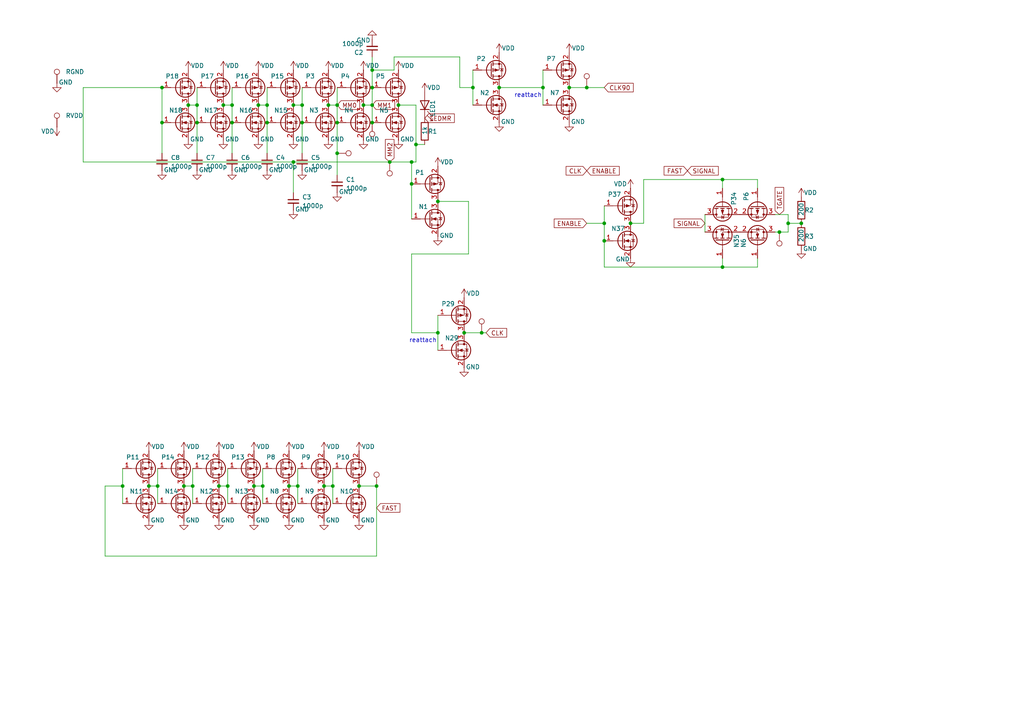
<source format=kicad_sch>
(kicad_sch (version 20250114) (generator "eeschema") (generator_version "9.0")
  (paper "A4")
  (lib_symbols
    (symbol "Connector:TestPoint" (pin_numbers (hide yes)) (pin_names (offset 0.762) (hide yes))
      (property "Reference" "TP" (at 0 6.858 0))
      (property "Value" "TestPoint" (at 0 5.08 0))
      (symbol "TestPoint_1_1"
        (pin passive line (at 0 0 90) (length 2.54) (name "1") (number "1"))
      )
    )
    (symbol "Device:C_Small" (pin_numbers (hide yes)) (pin_names (offset 0.254) (hide yes))
      (property "Reference" "C" (at 0.254 1.778 0))
      (property "Value" "C_Small" (at 0.254 -2.032 0))
      (symbol "C_Small_1_1"
        (pin passive line (at 0 2.54 270) (length 2.032) (name "~") (number "1"))
        (pin passive line (at 0 -2.54 90) (length 2.032) (name "~") (number "2"))
      )
    )
    (symbol "Device:LED" (pin_numbers (hide yes)) (pin_names (offset 1.016) (hide yes))
      (property "Reference" "D" (at 0 2.54 0))
      (property "Value" "LED" (at 0 -2.54 0))
      (symbol "LED_1_1"
        (pin passive line (at -3.81 0 0) (length 2.54) (name "K") (number "1"))
        (pin passive line (at 3.81 0 180) (length 2.54) (name "A") (number "2"))
      )
    )
    (symbol "Device:Q_NMOS_GSD" (pin_names (offset 0) (hide yes))
      (property "Reference" "Q" (at 5.08 1.27 0))
      (property "Value" "Q_NMOS_GSD" (at 5.08 -1.27 0))
      (symbol "Q_NMOS_GSD_1_1"
        (pin input line (at -5.08 0 0) (length 2.54) (name "G") (number "1"))
        (pin passive line (at 2.54 5.08 270) (length 2.54) (name "D") (number "3"))
        (pin passive line (at 2.54 -5.08 90) (length 2.54) (name "S") (number "2"))
      )
    )
    (symbol "Device:Q_PMOS_GSD" (pin_names (offset 0) (hide yes))
      (property "Reference" "Q" (at 5.08 1.27 0))
      (property "Value" "Q_PMOS_GSD" (at 5.08 -1.27 0))
      (symbol "Q_PMOS_GSD_1_1"
        (pin input line (at -5.08 0 0) (length 2.54) (name "G") (number "1"))
        (pin passive line (at 2.54 5.08 270) (length 2.54) (name "D") (number "3"))
        (pin passive line (at 2.54 -5.08 90) (length 2.54) (name "S") (number "2"))
      )
    )
    (symbol "Device:R" (pin_numbers (hide yes)) (pin_names (offset 0))
      (property "Reference" "R" (at 2.032 0 90))
      (property "Value" "R" (at 0 0 90))
      (symbol "R_1_1"
        (pin passive line (at 0 3.81 270) (length 1.27) (name "~") (number "1"))
        (pin passive line (at 0 -3.81 90) (length 1.27) (name "~") (number "2"))
      )
    )
    (symbol "power:GND" (power) (pin_numbers (hide yes)) (pin_names (offset 0) (hide yes))
      (property "Value" "GND" (at 0 -3.81 0))
      (symbol "GND_1_1"
        (pin power_in line (at 0 0 270) (length 0) (name "~") (number "1"))
      )
    )
    (symbol "power:VDD" (power) (pin_numbers (hide yes)) (pin_names (offset 0) (hide yes))
      (property "Value" "VDD" (at 0 3.556 0))
      (symbol "VDD_1_1"
        (pin power_in line (at 0 0 90) (length 0) (name "~") (number "1"))
      )
    )
  )
  (text "reattach" (at 153.162 27.686 0) (effects (font (size 1.27 1.27))))
  (text "reattach" (at 122.682 98.806 0) (effects (font (size 1.27 1.27))))
  (junction (at 76.2 140.97))
  (junction (at 66.04 140.97))
  (junction (at 77.47 30.48))
  (junction (at 107.95 25.4))
  (junction (at 67.31 35.56))
  (junction (at 77.47 35.56))
  (junction (at 97.79 44.45))
  (junction (at 45.72 140.97))
  (junction (at 127 96.52))
  (junction (at 134.62 96.52))
  (junction (at 137.16 25.4))
  (junction (at 57.15 30.48))
  (junction (at 182.88 64.77))
  (junction (at 93.98 140.97))
  (junction (at 85.09 30.48))
  (junction (at 175.26 69.85))
  (junction (at 105.41 30.48))
  (junction (at 43.18 140.97))
  (junction (at 226.06 67.31))
  (junction (at 115.57 30.48))
  (junction (at 165.1 25.4))
  (junction (at 119.38 46.99))
  (junction (at 209.55 52.07))
  (junction (at 74.93 30.48))
  (junction (at 97.79 35.56))
  (junction (at 119.38 53.34))
  (junction (at 46.99 35.56))
  (junction (at 53.34 140.97))
  (junction (at 175.26 64.77))
  (junction (at 87.63 30.48))
  (junction (at 85.09 46.99))
  (junction (at 87.63 35.56))
  (junction (at 228.6 64.77))
  (junction (at 46.99 25.4))
  (junction (at 107.95 20.32))
  (junction (at 86.36 140.97))
  (junction (at 104.14 140.97))
  (junction (at 83.82 140.97))
  (junction (at 170.18 25.4))
  (junction (at 64.77 30.48))
  (junction (at 67.31 30.48))
  (junction (at 127 58.42))
  (junction (at 113.03 46.99))
  (junction (at 157.48 25.4))
  (junction (at 232.41 64.77))
  (junction (at 95.25 30.48))
  (junction (at 109.22 140.97))
  (junction (at 139.7 96.52))
  (junction (at 96.52 140.97))
  (junction (at 57.15 35.56))
  (junction (at 35.56 140.97))
  (junction (at 107.95 35.56))
  (junction (at 63.5 140.97))
  (junction (at 144.78 25.4))
  (junction (at 107.95 30.48))
  (junction (at 120.65 41.91))
  (junction (at 55.88 140.97))
  (junction (at 209.55 77.47))
  (junction (at 54.61 30.48))
  (junction (at 73.66 140.97))
  (junction (at 97.79 30.48))
  (wire (pts (xy 209.55 77.47) (xy 209.55 74.93)))
  (wire (pts (xy 219.71 77.47) (xy 219.71 74.93)))
  (wire (pts (xy 55.88 135.89) (xy 55.88 140.97)))
  (wire (pts (xy 87.63 30.48) (xy 87.63 35.56)))
  (wire (pts (xy 170.18 25.4) (xy 175.26 25.4)))
  (wire (pts (xy 107.95 30.48) (xy 107.95 35.56)))
  (wire (pts (xy 30.48 161.29) (xy 109.22 161.29)))
  (wire (pts (xy 107.95 20.32) (xy 114.3 20.32)))
  (wire (pts (xy 209.55 52.07) (xy 219.71 52.07)))
  (wire (pts (xy 55.88 140.97) (xy 55.88 146.05)))
  (wire (pts (xy 226.06 67.31) (xy 228.6 67.31)))
  (wire (pts (xy 85.09 55.88) (xy 85.09 46.99)))
  (wire (pts (xy 97.79 25.4) (xy 97.79 30.48)))
  (wire (pts (xy 127 96.52) (xy 127 101.6)))
  (wire (pts (xy 209.55 52.07) (xy 209.55 54.61)))
  (wire (pts (xy 114.3 20.32) (xy 114.3 16.51)))
  (wire (pts (xy 186.69 52.07) (xy 209.55 52.07)))
  (wire (pts (xy 140.97 96.52) (xy 139.7 96.52)))
  (wire (pts (xy 66.04 140.97) (xy 66.04 135.89)))
  (wire (pts (xy 53.34 140.97) (xy 55.88 140.97)))
  (wire (pts (xy 86.36 140.97) (xy 86.36 146.05)))
  (wire (pts (xy 182.88 64.77) (xy 186.69 64.77)))
  (wire (pts (xy 87.63 25.4) (xy 87.63 30.48)))
  (wire (pts (xy 30.48 140.97) (xy 30.48 161.29)))
  (wire (pts (xy 219.71 52.07) (xy 219.71 54.61)))
  (wire (pts (xy 24.13 25.4) (xy 46.99 25.4)))
  (wire (pts (xy 77.47 25.4) (xy 77.47 30.48)))
  (wire (pts (xy 109.22 140.97) (xy 109.22 161.29)))
  (wire (pts (xy 144.78 25.4) (xy 157.48 25.4)))
  (wire (pts (xy 139.7 96.52) (xy 134.62 96.52)))
  (wire (pts (xy 97.79 35.56) (xy 97.79 44.45)))
  (wire (pts (xy 35.56 135.89) (xy 35.56 140.97)))
  (wire (pts (xy 137.16 20.32) (xy 137.16 25.4)))
  (wire (pts (xy 204.47 62.23) (xy 204.47 67.31)))
  (wire (pts (xy 175.26 59.69) (xy 175.26 64.77)))
  (wire (pts (xy 113.03 46.99) (xy 119.38 46.99)))
  (wire (pts (xy 107.95 20.32) (xy 107.95 25.4)))
  (wire (pts (xy 77.47 30.48) (xy 77.47 35.56)))
  (wire (pts (xy 186.69 52.07) (xy 186.69 64.77)))
  (wire (pts (xy 86.36 135.89) (xy 86.36 140.97)))
  (wire (pts (xy 73.66 140.97) (xy 76.2 140.97)))
  (wire (pts (xy 114.3 16.51) (xy 133.35 16.51)))
  (wire (pts (xy 135.89 58.42) (xy 135.89 73.66)))
  (wire (pts (xy 120.65 46.99) (xy 119.38 46.99)))
  (wire (pts (xy 127 91.44) (xy 127 96.52)))
  (wire (pts (xy 228.6 64.77) (xy 232.41 64.77)))
  (wire (pts (xy 175.26 64.77) (xy 175.26 69.85)))
  (wire (pts (xy 120.65 41.91) (xy 123.19 41.91)))
  (wire (pts (xy 175.26 77.47) (xy 209.55 77.47)))
  (wire (pts (xy 133.35 25.4) (xy 137.16 25.4)))
  (wire (pts (xy 224.79 67.31) (xy 226.06 67.31)))
  (wire (pts (xy 24.13 25.4) (xy 24.13 46.99)))
  (wire (pts (xy 96.52 140.97) (xy 96.52 135.89)))
  (wire (pts (xy 228.6 64.77) (xy 228.6 67.31)))
  (wire (pts (xy 93.98 140.97) (xy 96.52 140.97)))
  (wire (pts (xy 127 58.42) (xy 135.89 58.42)))
  (wire (pts (xy 104.14 140.97) (xy 109.22 140.97)))
  (wire (pts (xy 54.61 30.48) (xy 57.15 30.48)))
  (wire (pts (xy 66.04 140.97) (xy 66.04 146.05)))
  (wire (pts (xy 67.31 44.45) (xy 67.31 35.56)))
  (wire (pts (xy 77.47 44.45) (xy 77.47 35.56)))
  (wire (pts (xy 57.15 25.4) (xy 57.15 30.48)))
  (wire (pts (xy 95.25 30.48) (xy 97.79 30.48)))
  (wire (pts (xy 119.38 46.99) (xy 119.38 53.34)))
  (wire (pts (xy 24.13 46.99) (xy 85.09 46.99)))
  (wire (pts (xy 67.31 30.48) (xy 67.31 35.56)))
  (wire (pts (xy 224.79 62.23) (xy 228.6 62.23)))
  (wire (pts (xy 157.48 25.4) (xy 157.48 30.48)))
  (wire (pts (xy 107.95 16.51) (xy 107.95 20.32)))
  (wire (pts (xy 120.65 41.91) (xy 120.65 46.99)))
  (wire (pts (xy 63.5 140.97) (xy 66.04 140.97)))
  (wire (pts (xy 57.15 44.45) (xy 57.15 35.56)))
  (wire (pts (xy 46.99 25.4) (xy 46.99 35.56)))
  (wire (pts (xy 85.09 30.48) (xy 87.63 30.48)))
  (wire (pts (xy 209.55 77.47) (xy 219.71 77.47)))
  (wire (pts (xy 43.18 140.97) (xy 45.72 140.97)))
  (wire (pts (xy 87.63 44.45) (xy 87.63 35.56)))
  (wire (pts (xy 46.99 44.45) (xy 46.99 35.56)))
  (wire (pts (xy 83.82 140.97) (xy 86.36 140.97)))
  (wire (pts (xy 170.18 25.4) (xy 165.1 25.4)))
  (wire (pts (xy 67.31 25.4) (xy 67.31 30.48)))
  (wire (pts (xy 119.38 96.52) (xy 119.38 73.66)))
  (wire (pts (xy 57.15 30.48) (xy 57.15 35.56)))
  (wire (pts (xy 76.2 140.97) (xy 76.2 146.05)))
  (wire (pts (xy 120.65 30.48) (xy 120.65 41.91)))
  (wire (pts (xy 45.72 140.97) (xy 45.72 135.89)))
  (wire (pts (xy 157.48 20.32) (xy 157.48 25.4)))
  (wire (pts (xy 228.6 62.23) (xy 228.6 64.77)))
  (wire (pts (xy 115.57 30.48) (xy 120.65 30.48)))
  (wire (pts (xy 64.77 30.48) (xy 67.31 30.48)))
  (wire (pts (xy 170.18 64.77) (xy 175.26 64.77)))
  (wire (pts (xy 85.09 46.99) (xy 113.03 46.99)))
  (wire (pts (xy 137.16 25.4) (xy 137.16 30.48)))
  (wire (pts (xy 35.56 140.97) (xy 35.56 146.05)))
  (wire (pts (xy 119.38 53.34) (xy 119.38 63.5)))
  (wire (pts (xy 127 96.52) (xy 119.38 96.52)))
  (wire (pts (xy 107.95 25.4) (xy 107.95 30.48)))
  (wire (pts (xy 76.2 140.97) (xy 76.2 135.89)))
  (wire (pts (xy 97.79 44.45) (xy 97.79 50.8)))
  (wire (pts (xy 74.93 30.48) (xy 77.47 30.48)))
  (wire (pts (xy 35.56 140.97) (xy 30.48 140.97)))
  (wire (pts (xy 175.26 77.47) (xy 175.26 69.85)))
  (wire (pts (xy 105.41 30.48) (xy 107.95 30.48)))
  (wire (pts (xy 119.38 73.66) (xy 135.89 73.66)))
  (wire (pts (xy 97.79 30.48) (xy 97.79 35.56)))
  (wire (pts (xy 45.72 140.97) (xy 45.72 146.05)))
  (wire (pts (xy 133.35 16.51) (xy 133.35 25.4)))
  (wire (pts (xy 96.52 140.97) (xy 96.52 146.05)))
  (global_label "FAST" (shape input) (at 199.39 49.53 180) (property "Intersheetrefs" "${INTERSHEET_REFS}" (effects (hide yes))))
  (global_label "CLK" (shape input) (at 170.18 49.53 180) (property "Intersheetrefs" "${INTERSHEET_REFS}" (effects (hide yes))))
  (global_label "MM2" (shape input) (at 113.03 46.99 90) (property "Intersheetrefs" "${INTERSHEET_REFS}" (effects (hide yes))))
  (global_label "FAST" (shape input) (at 109.22 147.32 0) (property "Intersheetrefs" "${INTERSHEET_REFS}" (effects (hide yes))))
  (global_label "LEDMR" (shape input) (at 123.19 34.29 0) (property "Intersheetrefs" "${INTERSHEET_REFS}" (effects (hide yes))))
  (global_label "MM0" (shape input) (at 97.79 30.48 0) (property "Intersheetrefs" "${INTERSHEET_REFS}" (effects (hide yes))))
  (global_label "TGATE" (shape input) (at 226.06 62.23 90) (property "Intersheetrefs" "${INTERSHEET_REFS}" (effects (hide yes))))
  (global_label "MM1" (shape input) (at 107.95 30.48 0) (property "Intersheetrefs" "${INTERSHEET_REFS}" (effects (hide yes))))
  (global_label "ENABLE" (shape input) (at 170.18 64.77 180) (property "Intersheetrefs" "${INTERSHEET_REFS}" (effects (hide yes))))
  (global_label "SIGNAL" (shape input) (at 199.39 49.53 0) (property "Intersheetrefs" "${INTERSHEET_REFS}" (effects (hide yes))))
  (global_label "CLK" (shape input) (at 140.97 96.52 0) (property "Intersheetrefs" "${INTERSHEET_REFS}" (effects (hide yes))))
  (global_label "ENABLE" (shape input) (at 170.18 49.53 0) (property "Intersheetrefs" "${INTERSHEET_REFS}" (effects (hide yes))))
  (global_label "SIGNAL" (shape input) (at 204.47 64.77 180) (property "Intersheetrefs" "${INTERSHEET_REFS}" (effects (hide yes))))
  (global_label "CLK90" (shape input) (at 175.26 25.4 0) (property "Intersheetrefs" "${INTERSHEET_REFS}" (effects (hide yes))))
  (symbol (lib_id "Device:Q_NMOS_GSD") (at 72.39 35.56 0) (unit 1)
    (property "Reference" "N16" (at 69.342 32.004 0) (effects (justify left)))
    (property "Value" "2SK3541" (effects (hide yes)))
    (property "Footprint" "cnhardware:SOT-723-COMPACT" (effects (hide yes)))
    (property "Description" "N-MOSFET transistor, gate/source/drain" (effects (hide yes)))
    (property "LCSC" "C42402303" (effects (hide yes)))
    (property "Sim.Device" "NMOS" (effects (hide yes)))
    (property "Sim.Type" "VDMOS" (effects (hide yes)))
    (property "Sim.Pins" "1=G 2=S 3=D" (effects (hide yes)))
  )
  (symbol (lib_id "Device:Q_PMOS_GSD") (at 132.08 91.44 0) (mirror x) (unit 1)
    (property "Reference" "P29" (at 128.016 88.138 0) (effects (justify left)))
    (property "Value" "RZM001P02T2L" (effects (hide yes)))
    (property "Footprint" "cnhardware:SOT-723-COMPACTP" (effects (hide yes)))
    (property "Description" "P-MOSFET transistor, gate/source/drain" (effects (hide yes)))
    (property "LCSC" "C308762" (effects (hide yes)))
    (property "Sim.Device" "PMOS" (effects (hide yes)))
    (property "Sim.Type" "VDMOS" (effects (hide yes)))
    (property "Sim.Pins" "1=G 2=S 3=D" (effects (hide yes)))
  )
  (symbol (lib_id "power:GND") (at 54.61 40.64 0) (unit 1)
    (property "Reference" "#PWR041" (effects (hide yes)))
    (property "Value" "GND" (at 57.15 40.386 0))
    (property "Description" "Power symbol creates a global label with name \"GND\" , ground" (effects (hide yes)))
  )
  (symbol (lib_id "Device:Q_NMOS_GSD") (at 50.8 146.05 0) (unit 1)
    (property "Reference" "N14" (at 47.752 142.494 0) (effects (justify left)))
    (property "Value" "2SK3541" (effects (hide yes)))
    (property "Footprint" "cnhardware:SOT-723-COMPACT" (effects (hide yes)))
    (property "Description" "N-MOSFET transistor, gate/source/drain" (effects (hide yes)))
    (property "LCSC" "C42402303" (effects (hide yes)))
    (property "Sim.Device" "NMOS" (effects (hide yes)))
    (property "Sim.Type" "VDMOS" (effects (hide yes)))
    (property "Sim.Pins" "1=G 2=S 3=D" (effects (hide yes)))
  )
  (symbol (lib_id "Device:Q_NMOS_GSD") (at 60.96 146.05 0) (unit 1)
    (property "Reference" "N12" (at 57.912 142.494 0) (effects (justify left)))
    (property "Value" "2SK3541" (effects (hide yes)))
    (property "Footprint" "cnhardware:SOT-723-COMPACT" (effects (hide yes)))
    (property "Description" "N-MOSFET transistor, gate/source/drain" (effects (hide yes)))
    (property "LCSC" "C42402303" (effects (hide yes)))
    (property "Sim.Device" "NMOS" (effects (hide yes)))
    (property "Sim.Type" "VDMOS" (effects (hide yes)))
    (property "Sim.Pins" "1=G 2=S 3=D" (effects (hide yes)))
  )
  (symbol (lib_id "Device:Q_NMOS_GSD") (at 91.44 146.05 0) (unit 1)
    (property "Reference" "N9" (at 88.392 142.494 0) (effects (justify left)))
    (property "Value" "2SK3541" (effects (hide yes)))
    (property "Footprint" "cnhardware:SOT-723-COMPACT" (effects (hide yes)))
    (property "Description" "N-MOSFET transistor, gate/source/drain" (effects (hide yes)))
    (property "LCSC" "C42402303" (effects (hide yes)))
    (property "Sim.Device" "NMOS" (effects (hide yes)))
    (property "Sim.Type" "VDMOS" (effects (hide yes)))
    (property "Sim.Pins" "1=G 2=S 3=D" (effects (hide yes)))
  )
  (symbol (lib_id "Connector:TestPoint") (at 226.06 67.31 180) (unit 1) (in_bom no)
    (property "Reference" "TP8" (effects (hide yes)))
    (property "Value" "TP" (effects (hide yes)))
    (property "Footprint" "cnhardware:TPTHRU" (effects (hide yes)))
    (property "Description" "test point" (effects (hide yes)))
    (property "LCSC" "C25503131" (effects (hide yes)))
    (property "Sim.Device" "TP" (effects (hide yes)))
    (property "Sim.Params" "ROON" (effects (hide yes)))
  )
  (symbol (lib_id "Device:Q_NMOS_GSD") (at 92.71 35.56 0) (unit 1)
    (property "Reference" "N3" (at 89.662 32.004 0) (effects (justify left)))
    (property "Value" "2SK3541" (effects (hide yes)))
    (property "Footprint" "cnhardware:SOT-723-COMPACT" (effects (hide yes)))
    (property "Description" "N-MOSFET transistor, gate/source/drain" (effects (hide yes)))
    (property "LCSC" "C42402303" (effects (hide yes)))
    (property "Sim.Device" "NMOS" (effects (hide yes)))
    (property "Sim.Type" "VDMOS" (effects (hide yes)))
    (property "Sim.Pins" "1=G 2=S 3=D" (effects (hide yes)))
  )
  (symbol (lib_id "power:VDD") (at 105.41 20.32 0) (unit 1)
    (property "Reference" "#PWR09" (effects (hide yes)))
    (property "Value" "VDD" (at 109.982 19.05 0) (effects (justify right)))
    (property "Description" "Power symbol creates a global label with name \"VDD\"" (effects (hide yes)))
  )
  (symbol (lib_id "power:GND") (at 97.79 55.88 0) (unit 1)
    (property "Reference" "#PWR057" (effects (hide yes)))
    (property "Value" "GND" (at 100.33 55.626 0))
    (property "Description" "Power symbol creates a global label with name \"GND\" , ground" (effects (hide yes)))
  )
  (symbol (lib_id "Device:Q_NMOS_GSD") (at 180.34 69.85 0) (unit 1)
    (property "Reference" "N37" (at 177.292 66.294 0) (effects (justify left)))
    (property "Value" "2SK3541" (effects (hide yes)))
    (property "Footprint" "cnhardware:SOT-723-COMPACT" (effects (hide yes)))
    (property "Description" "N-MOSFET transistor, gate/source/drain" (effects (hide yes)))
    (property "LCSC" "C42402303" (effects (hide yes)))
    (property "Sim.Device" "NMOS" (effects (hide yes)))
    (property "Sim.Type" "VDMOS" (effects (hide yes)))
    (property "Sim.Pins" "1=G 2=S 3=D" (effects (hide yes)))
  )
  (symbol (lib_id "power:GND") (at 104.14 151.13 0) (unit 1)
    (property "Reference" "#PWR020" (effects (hide yes)))
    (property "Value" "GND" (at 106.68 150.876 0))
    (property "Description" "Power symbol creates a global label with name \"GND\" , ground" (effects (hide yes)))
  )
  (symbol (lib_id "power:VDD") (at 85.09 20.32 0) (unit 1)
    (property "Reference" "#PWR034" (effects (hide yes)))
    (property "Value" "VDD" (at 89.662 19.05 0) (effects (justify right)))
    (property "Description" "Power symbol creates a global label with name \"VDD\"" (effects (hide yes)))
  )
  (symbol (lib_id "Device:C_Small") (at 85.09 58.42 0) (unit 1)
    (property "Reference" "C3" (at 87.63 57.1562 0) (effects (justify left)))
    (property "Value" "1000p" (at 87.63 59.6962 0) (effects (justify left)))
    (property "Description" "Unpolarized capacitor, small symbol" (effects (hide yes)))
  )
  (symbol (lib_id "power:GND") (at 232.41 72.39 0) (unit 1)
    (property "Reference" "#PWR016" (effects (hide yes)))
    (property "Value" "GND" (at 234.95 72.136 0))
    (property "Description" "Power symbol creates a global label with name \"GND\" , ground" (effects (hide yes)))
  )
  (symbol (lib_id "power:GND") (at 85.09 40.64 0) (unit 1)
    (property "Reference" "#PWR035" (effects (hide yes)))
    (property "Value" "GND" (at 87.63 40.386 0))
    (property "Description" "Power symbol creates a global label with name \"GND\" , ground" (effects (hide yes)))
  )
  (symbol (lib_id "Device:Q_PMOS_GSD") (at 162.56 20.32 0) (mirror x) (unit 1)
    (property "Reference" "P7" (at 158.496 17.018 0) (effects (justify left)))
    (property "Value" "RZM001P02T2L" (effects (hide yes)))
    (property "Footprint" "cnhardware:SOT-723-COMPACTP" (effects (hide yes)))
    (property "Description" "P-MOSFET transistor, gate/source/drain" (effects (hide yes)))
    (property "LCSC" "C308762" (effects (hide yes)))
    (property "Sim.Device" "PMOS" (effects (hide yes)))
    (property "Sim.Type" "VDMOS" (effects (hide yes)))
    (property "Sim.Pins" "1=G 2=S 3=D" (effects (hide yes)))
  )
  (symbol (lib_id "Device:Q_NMOS_GSD") (at 71.12 146.05 0) (unit 1)
    (property "Reference" "N13" (at 68.072 142.494 0) (effects (justify left)))
    (property "Value" "2SK3541" (effects (hide yes)))
    (property "Footprint" "cnhardware:SOT-723-COMPACT" (effects (hide yes)))
    (property "Description" "N-MOSFET transistor, gate/source/drain" (effects (hide yes)))
    (property "LCSC" "C42402303" (effects (hide yes)))
    (property "Sim.Device" "NMOS" (effects (hide yes)))
    (property "Sim.Type" "VDMOS" (effects (hide yes)))
    (property "Sim.Pins" "1=G 2=S 3=D" (effects (hide yes)))
  )
  (symbol (lib_id "power:VDD") (at 74.93 20.32 0) (unit 1)
    (property "Reference" "#PWR036" (effects (hide yes)))
    (property "Value" "VDD" (at 79.502 19.05 0) (effects (justify right)))
    (property "Description" "Power symbol creates a global label with name \"VDD\"" (effects (hide yes)))
  )
  (symbol (lib_id "Device:C_Small") (at 107.95 13.97 180) (unit 1)
    (property "Reference" "C2" (at 105.41 15.2338 0) (effects (justify left)))
    (property "Value" "1000p" (at 105.41 12.6938 0) (effects (justify left)))
    (property "Description" "Unpolarized capacitor, small symbol" (effects (hide yes)))
  )
  (symbol (lib_id "Device:Q_PMOS_GSD") (at 71.12 135.89 0) (mirror x) (unit 1)
    (property "Reference" "P13" (at 67.056 132.588 0) (effects (justify left)))
    (property "Value" "RZM001P02T2L" (effects (hide yes)))
    (property "Footprint" "cnhardware:SOT-723-COMPACTP" (effects (hide yes)))
    (property "Description" "P-MOSFET transistor, gate/source/drain" (effects (hide yes)))
    (property "LCSC" "C308762" (effects (hide yes)))
    (property "Sim.Device" "PMOS" (effects (hide yes)))
    (property "Sim.Type" "VDMOS" (effects (hide yes)))
    (property "Sim.Pins" "1=G 2=S 3=D" (effects (hide yes)))
  )
  (symbol (lib_id "power:GND") (at 73.66 151.13 0) (unit 1)
    (property "Reference" "#PWR023" (effects (hide yes)))
    (property "Value" "GND" (at 76.2 150.876 0))
    (property "Description" "Power symbol creates a global label with name \"GND\" , ground" (effects (hide yes)))
  )
  (symbol (lib_id "power:GND") (at 46.99 49.53 0) (unit 1)
    (property "Reference" "#PWR048" (effects (hide yes)))
    (property "Value" "GND" (at 49.53 49.276 0))
    (property "Description" "Power symbol creates a global label with name \"GND\" , ground" (effects (hide yes)))
  )
  (symbol (lib_id "Device:C_Small") (at 67.31 46.99 0) (unit 1)
    (property "Reference" "C6" (at 69.85 45.7262 0) (effects (justify left)))
    (property "Value" "1000p" (at 69.85 48.2662 0) (effects (justify left)))
    (property "Description" "Unpolarized capacitor, small symbol" (effects (hide yes)))
  )
  (symbol (lib_id "power:GND") (at 165.1 35.56 0) (unit 1)
    (property "Reference" "#PWR019" (effects (hide yes)))
    (property "Value" "GND" (at 167.64 35.306 0))
    (property "Description" "Power symbol creates a global label with name \"GND\" , ground" (effects (hide yes)))
  )
  (symbol (lib_id "power:GND") (at 83.82 151.13 0) (unit 1)
    (property "Reference" "#PWR022" (effects (hide yes)))
    (property "Value" "GND" (at 86.36 150.876 0))
    (property "Description" "Power symbol creates a global label with name \"GND\" , ground" (effects (hide yes)))
  )
  (symbol (lib_id "Device:Q_NMOS_GSD") (at 162.56 30.48 0) (unit 1)
    (property "Reference" "N7" (at 159.512 26.924 0) (effects (justify left)))
    (property "Value" "2SK3541" (effects (hide yes)))
    (property "Footprint" "cnhardware:SOT-723-COMPACT" (effects (hide yes)))
    (property "Description" "N-MOSFET transistor, gate/source/drain" (effects (hide yes)))
    (property "LCSC" "C42402303" (effects (hide yes)))
    (property "Sim.Device" "NMOS" (effects (hide yes)))
    (property "Sim.Type" "VDMOS" (effects (hide yes)))
    (property "Sim.Pins" "1=G 2=S 3=D" (effects (hide yes)))
  )
  (symbol (lib_id "Device:Q_NMOS_GSD") (at 52.07 35.56 0) (unit 1)
    (property "Reference" "N18" (at 49.022 32.004 0) (effects (justify left)))
    (property "Value" "2SK3541" (effects (hide yes)))
    (property "Footprint" "cnhardware:SOT-723-COMPACT" (effects (hide yes)))
    (property "Description" "N-MOSFET transistor, gate/source/drain" (effects (hide yes)))
    (property "LCSC" "C42402303" (effects (hide yes)))
    (property "Sim.Device" "NMOS" (effects (hide yes)))
    (property "Sim.Type" "VDMOS" (effects (hide yes)))
    (property "Sim.Pins" "1=G 2=S 3=D" (effects (hide yes)))
  )
  (symbol (lib_id "Device:C_Small") (at 87.63 46.99 0) (unit 1)
    (property "Reference" "C5" (at 90.17 45.7262 0) (effects (justify left)))
    (property "Value" "1000p" (at 90.17 48.2662 0) (effects (justify left)))
    (property "Description" "Unpolarized capacitor, small symbol" (effects (hide yes)))
  )
  (symbol (lib_id "Device:Q_NMOS_GSD") (at 102.87 35.56 0) (unit 1)
    (property "Reference" "N4" (at 99.822 32.004 0) (effects (justify left)))
    (property "Value" "2SK3541" (effects (hide yes)))
    (property "Footprint" "cnhardware:SOT-723-COMPACT" (effects (hide yes)))
    (property "Description" "N-MOSFET transistor, gate/source/drain" (effects (hide yes)))
    (property "LCSC" "C42402303" (effects (hide yes)))
    (property "Sim.Device" "NMOS" (effects (hide yes)))
    (property "Sim.Type" "VDMOS" (effects (hide yes)))
    (property "Sim.Pins" "1=G 2=S 3=D" (effects (hide yes)))
  )
  (symbol (lib_id "Device:C_Small") (at 46.99 46.99 0) (unit 1)
    (property "Reference" "C8" (at 49.53 45.7262 0) (effects (justify left)))
    (property "Value" "1000p" (at 49.53 48.2662 0) (effects (justify left)))
    (property "Description" "Unpolarized capacitor, small symbol" (effects (hide yes)))
  )
  (symbol (lib_id "power:GND") (at 64.77 40.64 0) (unit 1)
    (property "Reference" "#PWR039" (effects (hide yes)))
    (property "Value" "GND" (at 67.31 40.386 0))
    (property "Description" "Power symbol creates a global label with name \"GND\" , ground" (effects (hide yes)))
  )
  (symbol (lib_id "Device:Q_NMOS_GSD") (at 219.71 69.85 270) (mirror x) (unit 1)
    (property "Reference" "N6" (at 215.646 71.882 0) (effects (justify left)))
    (property "Value" "2SK3541" (effects (hide yes)))
    (property "Footprint" "cnhardware:SOT-723-COMPACT" (effects (hide yes)))
    (property "Description" "N-MOSFET transistor, gate/source/drain" (effects (hide yes)))
    (property "LCSC" "C42402303" (effects (hide yes)))
    (property "Sim.Device" "NMOS" (effects (hide yes)))
    (property "Sim.Type" "VDMOS" (effects (hide yes)))
    (property "Sim.Pins" "1=G 2=S 3=D" (effects (hide yes)))
  )
  (symbol (lib_id "Device:Q_PMOS_GSD") (at 101.6 135.89 0) (mirror x) (unit 1)
    (property "Reference" "P10" (at 97.536 132.588 0) (effects (justify left)))
    (property "Value" "RZM001P02T2L" (effects (hide yes)))
    (property "Footprint" "cnhardware:SOT-723-COMPACTP" (effects (hide yes)))
    (property "Description" "P-MOSFET transistor, gate/source/drain" (effects (hide yes)))
    (property "LCSC" "C308762" (effects (hide yes)))
    (property "Sim.Device" "PMOS" (effects (hide yes)))
    (property "Sim.Type" "VDMOS" (effects (hide yes)))
    (property "Sim.Pins" "1=G 2=S 3=D" (effects (hide yes)))
  )
  (symbol (lib_id "Connector:TestPoint") (at 109.22 140.97 0) (unit 1) (in_bom no)
    (property "Reference" "TP3" (effects (hide yes)))
    (property "Value" "TP" (effects (hide yes)))
    (property "Footprint" "cnhardware:TPTHRU" (effects (hide yes)))
    (property "Description" "test point" (effects (hide yes)))
    (property "LCSC" "C25503131" (effects (hide yes)))
    (property "Sim.Device" "TP" (effects (hide yes)))
    (property "Sim.Params" "ROON" (effects (hide yes)))
  )
  (symbol (lib_id "Device:C_Small") (at 97.79 53.34 0) (unit 1)
    (property "Reference" "C1" (at 100.33 52.0762 0) (effects (justify left)))
    (property "Value" "1000p" (at 100.33 54.6162 0) (effects (justify left)))
    (property "Description" "Unpolarized capacitor, small symbol" (effects (hide yes)))
  )
  (symbol (lib_id "power:GND") (at 85.09 60.96 0) (unit 1)
    (property "Reference" "#PWR05" (effects (hide yes)))
    (property "Value" "GND" (at 87.63 60.706 0))
    (property "Description" "Power symbol creates a global label with name \"GND\" , ground" (effects (hide yes)))
  )
  (symbol (lib_id "power:GND") (at 93.98 151.13 0) (unit 1)
    (property "Reference" "#PWR021" (effects (hide yes)))
    (property "Value" "GND" (at 96.52 150.876 0))
    (property "Description" "Power symbol creates a global label with name \"GND\" , ground" (effects (hide yes)))
  )
  (symbol (lib_id "Device:Q_PMOS_GSD") (at 92.71 25.4 0) (mirror x) (unit 1)
    (property "Reference" "P3" (at 88.646 22.098 0) (effects (justify left)))
    (property "Value" "RZM001P02T2L" (effects (hide yes)))
    (property "Footprint" "cnhardware:SOT-723-COMPACTP" (effects (hide yes)))
    (property "Description" "P-MOSFET transistor, gate/source/drain" (effects (hide yes)))
    (property "LCSC" "C308762" (effects (hide yes)))
    (property "Sim.Device" "PMOS" (effects (hide yes)))
    (property "Sim.Type" "VDMOS" (effects (hide yes)))
    (property "Sim.Pins" "1=G 2=S 3=D" (effects (hide yes)))
  )
  (symbol (lib_id "power:VDD") (at 232.41 57.15 0) (unit 1)
    (property "Reference" "#PWR017" (effects (hide yes)))
    (property "Value" "VDD" (at 236.982 55.88 0) (effects (justify right)))
    (property "Description" "Power symbol creates a global label with name \"VDD\"" (effects (hide yes)))
  )
  (symbol (lib_id "Device:Q_PMOS_GSD") (at 81.28 135.89 0) (mirror x) (unit 1)
    (property "Reference" "P8" (at 77.216 132.588 0) (effects (justify left)))
    (property "Value" "RZM001P02T2L" (effects (hide yes)))
    (property "Footprint" "cnhardware:SOT-723-COMPACTP" (effects (hide yes)))
    (property "Description" "P-MOSFET transistor, gate/source/drain" (effects (hide yes)))
    (property "LCSC" "C308762" (effects (hide yes)))
    (property "Sim.Device" "PMOS" (effects (hide yes)))
    (property "Sim.Type" "VDMOS" (effects (hide yes)))
    (property "Sim.Pins" "1=G 2=S 3=D" (effects (hide yes)))
  )
  (symbol (lib_id "power:VDD") (at 123.19 26.67 0) (unit 1)
    (property "Reference" "#PWR013" (effects (hide yes)))
    (property "Value" "VDD" (at 127.762 25.4 0) (effects (justify right)))
    (property "Description" "Power symbol creates a global label with name \"VDD\"" (effects (hide yes)))
  )
  (symbol (lib_id "power:GND") (at 16.51 24.13 0) (unit 1)
    (property "Reference" "#PWR01" (effects (hide yes)))
    (property "Value" "GND" (at 19.05 23.876 0))
    (property "Description" "Power symbol creates a global label with name \"GND\" , ground" (effects (hide yes)))
  )
  (symbol (lib_id "Device:Q_NMOS_GSD") (at 40.64 146.05 0) (unit 1)
    (property "Reference" "N11" (at 37.592 142.494 0) (effects (justify left)))
    (property "Value" "2SK3541" (effects (hide yes)))
    (property "Footprint" "cnhardware:SOT-723-COMPACT" (effects (hide yes)))
    (property "Description" "N-MOSFET transistor, gate/source/drain" (effects (hide yes)))
    (property "LCSC" "C42402303" (effects (hide yes)))
    (property "Sim.Device" "NMOS" (effects (hide yes)))
    (property "Sim.Type" "VDMOS" (effects (hide yes)))
    (property "Sim.Pins" "1=G 2=S 3=D" (effects (hide yes)))
  )
  (symbol (lib_id "power:VDD") (at 127 48.26 0) (unit 1)
    (property "Reference" "#PWR06" (effects (hide yes)))
    (property "Value" "VDD" (at 131.572 46.99 0) (effects (justify right)))
    (property "Description" "Power symbol creates a global label with name \"VDD\"" (effects (hide yes)))
  )
  (symbol (lib_id "Device:Q_NMOS_GSD") (at 101.6 146.05 0) (unit 1)
    (property "Reference" "N10" (at 98.552 142.494 0) (effects (justify left)))
    (property "Value" "2SK3541" (effects (hide yes)))
    (property "Footprint" "cnhardware:SOT-723-COMPACT" (effects (hide yes)))
    (property "Description" "N-MOSFET transistor, gate/source/drain" (effects (hide yes)))
    (property "LCSC" "C42402303" (effects (hide yes)))
    (property "Sim.Device" "NMOS" (effects (hide yes)))
    (property "Sim.Type" "VDMOS" (effects (hide yes)))
    (property "Sim.Pins" "1=G 2=S 3=D" (effects (hide yes)))
  )
  (symbol (lib_id "Device:Q_PMOS_GSD") (at 50.8 135.89 0) (mirror x) (unit 1)
    (property "Reference" "P14" (at 46.736 132.588 0) (effects (justify left)))
    (property "Value" "RZM001P02T2L" (effects (hide yes)))
    (property "Footprint" "cnhardware:SOT-723-COMPACTP" (effects (hide yes)))
    (property "Description" "P-MOSFET transistor, gate/source/drain" (effects (hide yes)))
    (property "LCSC" "C308762" (effects (hide yes)))
    (property "Sim.Device" "PMOS" (effects (hide yes)))
    (property "Sim.Type" "VDMOS" (effects (hide yes)))
    (property "Sim.Pins" "1=G 2=S 3=D" (effects (hide yes)))
  )
  (symbol (lib_id "power:GND") (at 43.18 151.13 0) (unit 1)
    (property "Reference" "#PWR031" (effects (hide yes)))
    (property "Value" "GND" (at 45.72 150.876 0))
    (property "Description" "Power symbol creates a global label with name \"GND\" , ground" (effects (hide yes)))
  )
  (symbol (lib_id "power:VDD") (at 134.62 86.36 0) (unit 1)
    (property "Reference" "#PWR046" (effects (hide yes)))
    (property "Value" "VDD" (at 139.192 85.09 0) (effects (justify right)))
    (property "Description" "Power symbol creates a global label with name \"VDD\"" (effects (hide yes)))
  )
  (symbol (lib_id "Device:Q_NMOS_GSD") (at 124.46 63.5 0) (unit 1)
    (property "Reference" "N1" (at 121.412 59.944 0) (effects (justify left)))
    (property "Value" "2SK3541" (effects (hide yes)))
    (property "Footprint" "cnhardware:SOT-723-COMPACT" (effects (hide yes)))
    (property "Description" "N-MOSFET transistor, gate/source/drain" (effects (hide yes)))
    (property "LCSC" "C42402303" (effects (hide yes)))
    (property "Sim.Device" "NMOS" (effects (hide yes)))
    (property "Sim.Type" "VDMOS" (effects (hide yes)))
    (property "Sim.Pins" "1=G 2=S 3=D" (effects (hide yes)))
  )
  (symbol (lib_id "power:VDD") (at 95.25 20.32 0) (unit 1)
    (property "Reference" "#PWR07" (effects (hide yes)))
    (property "Value" "VDD" (at 99.822 19.05 0) (effects (justify right)))
    (property "Description" "Power symbol creates a global label with name \"VDD\"" (effects (hide yes)))
  )
  (symbol (lib_id "Device:LED") (at 123.19 30.48 90) (unit 1)
    (property "Reference" "LED1" (at 125.476 28.956 0) (effects (justify right)))
    (property "Value" "LED" (effects (hide yes)))
    (property "Footprint" "cnhardware:LED_0402_1005Metric_COMPACT" (effects (hide yes)))
    (property "Description" "Light emitting diode" (effects (hide yes)))
    (property "LCSC" "C965793" (effects (hide yes)))
    (property "Sim.Device" "LED" (effects (hide yes)))
    (property "Sim.Pins" "1=A 2=K" (effects (hide yes)))
  )
  (symbol (lib_id "power:GND") (at 53.34 151.13 0) (unit 1)
    (property "Reference" "#PWR033" (effects (hide yes)))
    (property "Value" "GND" (at 55.88 150.876 0))
    (property "Description" "Power symbol creates a global label with name \"GND\" , ground" (effects (hide yes)))
  )
  (symbol (lib_id "Device:Q_NMOS_GSD") (at 62.23 35.56 0) (unit 1)
    (property "Reference" "N17" (at 59.182 32.004 0) (effects (justify left)))
    (property "Value" "2SK3541" (effects (hide yes)))
    (property "Footprint" "cnhardware:SOT-723-COMPACT" (effects (hide yes)))
    (property "Description" "N-MOSFET transistor, gate/source/drain" (effects (hide yes)))
    (property "LCSC" "C42402303" (effects (hide yes)))
    (property "Sim.Device" "NMOS" (effects (hide yes)))
    (property "Sim.Type" "VDMOS" (effects (hide yes)))
    (property "Sim.Pins" "1=G 2=S 3=D" (effects (hide yes)))
  )
  (symbol (lib_id "power:GND") (at 57.15 49.53 0) (unit 1)
    (property "Reference" "#PWR045" (effects (hide yes)))
    (property "Value" "GND" (at 59.69 49.276 0))
    (property "Description" "Power symbol creates a global label with name \"GND\" , ground" (effects (hide yes)))
  )
  (symbol (lib_id "power:VDD") (at 43.18 130.81 0) (unit 1)
    (property "Reference" "#PWR030" (effects (hide yes)))
    (property "Value" "VDD" (at 47.752 129.54 0) (effects (justify right)))
    (property "Description" "Power symbol creates a global label with name \"VDD\"" (effects (hide yes)))
  )
  (symbol (lib_id "Device:Q_PMOS_GSD") (at 52.07 25.4 0) (mirror x) (unit 1)
    (property "Reference" "P18" (at 48.006 22.098 0) (effects (justify left)))
    (property "Value" "RZM001P02T2L" (effects (hide yes)))
    (property "Footprint" "cnhardware:SOT-723-COMPACTP" (effects (hide yes)))
    (property "Description" "P-MOSFET transistor, gate/source/drain" (effects (hide yes)))
    (property "LCSC" "C308762" (effects (hide yes)))
    (property "Sim.Device" "PMOS" (effects (hide yes)))
    (property "Sim.Type" "VDMOS" (effects (hide yes)))
    (property "Sim.Pins" "1=G 2=S 3=D" (effects (hide yes)))
  )
  (symbol (lib_id "power:VDD") (at 54.61 20.32 0) (unit 1)
    (property "Reference" "#PWR040" (effects (hide yes)))
    (property "Value" "VDD" (at 59.182 19.05 0) (effects (justify right)))
    (property "Description" "Power symbol creates a global label with name \"VDD\"" (effects (hide yes)))
  )
  (symbol (lib_id "power:VDD") (at 53.34 130.81 0) (unit 1)
    (property "Reference" "#PWR032" (effects (hide yes)))
    (property "Value" "VDD" (at 57.912 129.54 0) (effects (justify right)))
    (property "Description" "Power symbol creates a global label with name \"VDD\"" (effects (hide yes)))
  )
  (symbol (lib_id "Device:Q_PMOS_GSD") (at 60.96 135.89 0) (mirror x) (unit 1)
    (property "Reference" "P12" (at 56.896 132.588 0) (effects (justify left)))
    (property "Value" "RZM001P02T2L" (effects (hide yes)))
    (property "Footprint" "cnhardware:SOT-723-COMPACTP" (effects (hide yes)))
    (property "Description" "P-MOSFET transistor, gate/source/drain" (effects (hide yes)))
    (property "LCSC" "C308762" (effects (hide yes)))
    (property "Sim.Device" "PMOS" (effects (hide yes)))
    (property "Sim.Type" "VDMOS" (effects (hide yes)))
    (property "Sim.Pins" "1=G 2=S 3=D" (effects (hide yes)))
  )
  (symbol (lib_id "Device:Q_PMOS_GSD") (at 219.71 59.69 270) (unit 1)
    (property "Reference" "P6" (at 216.408 55.626 0) (effects (justify left)))
    (property "Value" "RZM001P02T2L" (effects (hide yes)))
    (property "Footprint" "cnhardware:SOT-723-COMPACTP" (effects (hide yes)))
    (property "Description" "P-MOSFET transistor, gate/source/drain" (effects (hide yes)))
    (property "LCSC" "C308762" (effects (hide yes)))
    (property "Sim.Device" "PMOS" (effects (hide yes)))
    (property "Sim.Type" "VDMOS" (effects (hide yes)))
    (property "Sim.Pins" "1=G 2=S 3=D" (effects (hide yes)))
  )
  (symbol (lib_id "Device:Q_PMOS_GSD") (at 124.46 53.34 0) (mirror x) (unit 1)
    (property "Reference" "P1" (at 120.396 50.038 0) (effects (justify left)))
    (property "Value" "RZM001P02T2L" (effects (hide yes)))
    (property "Footprint" "cnhardware:SOT-723-COMPACTP" (effects (hide yes)))
    (property "Description" "P-MOSFET transistor, gate/source/drain" (effects (hide yes)))
    (property "LCSC" "C308762" (effects (hide yes)))
    (property "Sim.Device" "PMOS" (effects (hide yes)))
    (property "Sim.Type" "VDMOS" (effects (hide yes)))
    (property "Sim.Pins" "1=G 2=S 3=D" (effects (hide yes)))
  )
  (symbol (lib_id "power:GND") (at 134.62 106.68 0) (unit 1)
    (property "Reference" "#PWR047" (effects (hide yes)))
    (property "Value" "GND" (at 137.16 106.426 0))
    (property "Description" "Power symbol creates a global label with name \"GND\" , ground" (effects (hide yes)))
  )
  (symbol (lib_id "Device:Q_PMOS_GSD") (at 40.64 135.89 0) (mirror x) (unit 1)
    (property "Reference" "P11" (at 36.576 132.588 0) (effects (justify left)))
    (property "Value" "RZM001P02T2L" (effects (hide yes)))
    (property "Footprint" "cnhardware:SOT-723-COMPACTP" (effects (hide yes)))
    (property "Description" "P-MOSFET transistor, gate/source/drain" (effects (hide yes)))
    (property "LCSC" "C308762" (effects (hide yes)))
    (property "Sim.Device" "PMOS" (effects (hide yes)))
    (property "Sim.Type" "VDMOS" (effects (hide yes)))
    (property "Sim.Pins" "1=G 2=S 3=D" (effects (hide yes)))
  )
  (symbol (lib_id "Connector:TestPoint") (at 16.51 36.83 0) (unit 1) (in_bom no)
    (property "Reference" "TP2" (effects (hide yes)))
    (property "Value" "RVDD" (at 19.05 33.5279 0) (effects (justify left)))
    (property "Footprint" "cnhardware:TPTHRU" (effects (hide yes)))
    (property "Description" "test point" (effects (hide yes)))
    (property "LCSC" "C25503131" (effects (hide yes)))
    (property "Sim.Device" "TP" (effects (hide yes)))
    (property "Sim.Params" "TP" (effects (hide yes)))
  )
  (symbol (lib_id "Device:Q_PMOS_GSD") (at 91.44 135.89 0) (mirror x) (unit 1)
    (property "Reference" "P9" (at 87.376 132.588 0) (effects (justify left)))
    (property "Value" "RZM001P02T2L" (effects (hide yes)))
    (property "Footprint" "cnhardware:SOT-723-COMPACTP" (effects (hide yes)))
    (property "Description" "P-MOSFET transistor, gate/source/drain" (effects (hide yes)))
    (property "LCSC" "C308762" (effects (hide yes)))
    (property "Sim.Device" "PMOS" (effects (hide yes)))
    (property "Sim.Type" "VDMOS" (effects (hide yes)))
    (property "Sim.Pins" "1=G 2=S 3=D" (effects (hide yes)))
  )
  (symbol (lib_id "Device:R") (at 232.41 68.58 0) (unit 1)
    (property "Reference" "R3" (at 234.696 68.58 0))
    (property "Value" "200" (at 232.41 68.326 90))
    (property "Footprint" "cnhardware:R_0402_1005Metric_COMPACT" (effects (hide yes)))
    (property "Description" "Resistor" (effects (hide yes)))
    (property "LCSC" "C11702" (effects (hide yes)))
  )
  (symbol (lib_id "Connector:TestPoint") (at 139.7 96.52 0) (unit 1) (in_bom no)
    (property "Reference" "TP6" (effects (hide yes)))
    (property "Value" "TP" (effects (hide yes)))
    (property "Footprint" "cnhardware:TPTHRU" (effects (hide yes)))
    (property "Description" "test point" (effects (hide yes)))
    (property "LCSC" "C25503131" (effects (hide yes)))
    (property "Sim.Device" "TP" (effects (hide yes)))
    (property "Sim.Params" "ROON" (effects (hide yes)))
  )
  (symbol (lib_id "Device:C_Small") (at 57.15 46.99 0) (unit 1)
    (property "Reference" "C7" (at 59.69 45.7262 0) (effects (justify left)))
    (property "Value" "1000p" (at 59.69 48.2662 0) (effects (justify left)))
    (property "Description" "Unpolarized capacitor, small symbol" (effects (hide yes)))
  )
  (symbol (lib_id "power:GND") (at 95.25 40.64 0) (unit 1)
    (property "Reference" "#PWR08" (effects (hide yes)))
    (property "Value" "GND" (at 97.79 40.386 0))
    (property "Description" "Power symbol creates a global label with name \"GND\" , ground" (effects (hide yes)))
  )
  (symbol (lib_id "power:VDD") (at 64.77 20.32 0) (unit 1)
    (property "Reference" "#PWR038" (effects (hide yes)))
    (property "Value" "VDD" (at 69.342 19.05 0) (effects (justify right)))
    (property "Description" "Power symbol creates a global label with name \"VDD\"" (effects (hide yes)))
  )
  (symbol (lib_id "power:GND") (at 74.93 40.64 0) (unit 1)
    (property "Reference" "#PWR037" (effects (hide yes)))
    (property "Value" "GND" (at 77.47 40.386 0))
    (property "Description" "Power symbol creates a global label with name \"GND\" , ground" (effects (hide yes)))
  )
  (symbol (lib_id "Connector:TestPoint") (at 170.18 25.4 0) (unit 1) (in_bom no)
    (property "Reference" "TP4" (effects (hide yes)))
    (property "Value" "TP" (effects (hide yes)))
    (property "Footprint" "cnhardware:TPTHRU" (effects (hide yes)))
    (property "Description" "test point" (effects (hide yes)))
    (property "LCSC" "C25503131" (effects (hide yes)))
    (property "Sim.Device" "TP" (effects (hide yes)))
    (property "Sim.Params" "ROON" (effects (hide yes)))
  )
  (symbol (lib_id "power:VDD") (at 83.82 130.81 0) (unit 1)
    (property "Reference" "#PWR027" (effects (hide yes)))
    (property "Value" "VDD" (at 88.392 129.54 0) (effects (justify right)))
    (property "Description" "Power symbol creates a global label with name \"VDD\"" (effects (hide yes)))
  )
  (symbol (lib_id "power:GND") (at 144.78 35.56 0) (unit 1)
    (property "Reference" "#PWR015" (effects (hide yes)))
    (property "Value" "GND" (at 147.32 35.306 0))
    (property "Description" "Power symbol creates a global label with name \"GND\" , ground" (effects (hide yes)))
  )
  (symbol (lib_id "Device:Q_PMOS_GSD") (at 82.55 25.4 0) (mirror x) (unit 1)
    (property "Reference" "P15" (at 78.486 22.098 0) (effects (justify left)))
    (property "Value" "RZM001P02T2L" (effects (hide yes)))
    (property "Footprint" "cnhardware:SOT-723-COMPACTP" (effects (hide yes)))
    (property "Description" "P-MOSFET transistor, gate/source/drain" (effects (hide yes)))
    (property "LCSC" "C308762" (effects (hide yes)))
    (property "Sim.Device" "PMOS" (effects (hide yes)))
    (property "Sim.Type" "VDMOS" (effects (hide yes)))
    (property "Sim.Pins" "1=G 2=S 3=D" (effects (hide yes)))
  )
  (symbol (lib_id "power:GND") (at 105.41 40.64 0) (unit 1)
    (property "Reference" "#PWR010" (effects (hide yes)))
    (property "Value" "GND" (at 107.95 40.386 0))
    (property "Description" "Power symbol creates a global label with name \"GND\" , ground" (effects (hide yes)))
  )
  (symbol (lib_id "power:GND") (at 127 68.58 0) (unit 1)
    (property "Reference" "#PWR03" (effects (hide yes)))
    (property "Value" "GND" (at 129.54 68.326 0))
    (property "Description" "Power symbol creates a global label with name \"GND\" , ground" (effects (hide yes)))
  )
  (symbol (lib_id "Device:Q_PMOS_GSD") (at 113.03 25.4 0) (mirror x) (unit 1)
    (property "Reference" "P5" (at 108.966 22.098 0) (effects (justify left)))
    (property "Value" "RZM001P02T2L" (effects (hide yes)))
    (property "Footprint" "cnhardware:SOT-723-COMPACTP" (effects (hide yes)))
    (property "Description" "P-MOSFET transistor, gate/source/drain" (effects (hide yes)))
    (property "LCSC" "C308762" (effects (hide yes)))
    (property "Sim.Device" "PMOS" (effects (hide yes)))
    (property "Sim.Type" "VDMOS" (effects (hide yes)))
    (property "Sim.Pins" "1=G 2=S 3=D" (effects (hide yes)))
  )
  (symbol (lib_id "power:VDD") (at 182.88 54.61 0) (unit 1)
    (property "Reference" "#PWR056" (effects (hide yes)))
    (property "Value" "VDD" (at 181.864 53.34 0) (effects (justify right)))
    (property "Description" "Power symbol creates a global label with name \"VDD\"" (effects (hide yes)))
  )
  (symbol (lib_id "Device:R") (at 232.41 60.96 0) (unit 1)
    (property "Reference" "R2" (at 234.696 60.96 0))
    (property "Value" "200" (at 232.41 60.706 90))
    (property "Footprint" "cnhardware:R_0402_1005Metric_COMPACT" (effects (hide yes)))
    (property "Description" "Resistor" (effects (hide yes)))
    (property "LCSC" "C11702" (effects (hide yes)))
  )
  (symbol (lib_id "Device:Q_NMOS_GSD") (at 113.03 35.56 0) (unit 1)
    (property "Reference" "N5" (at 109.982 32.004 0) (effects (justify left)))
    (property "Value" "2SK3541" (effects (hide yes)))
    (property "Footprint" "cnhardware:SOT-723-COMPACT" (effects (hide yes)))
    (property "Description" "N-MOSFET transistor, gate/source/drain" (effects (hide yes)))
    (property "LCSC" "C42402303" (effects (hide yes)))
    (property "Sim.Device" "NMOS" (effects (hide yes)))
    (property "Sim.Type" "VDMOS" (effects (hide yes)))
    (property "Sim.Pins" "1=G 2=S 3=D" (effects (hide yes)))
  )
  (symbol (lib_id "power:GND") (at 63.5 151.13 0) (unit 1)
    (property "Reference" "#PWR024" (effects (hide yes)))
    (property "Value" "GND" (at 66.04 150.876 0))
    (property "Description" "Power symbol creates a global label with name \"GND\" , ground" (effects (hide yes)))
  )
  (symbol (lib_id "Device:Q_PMOS_GSD") (at 180.34 59.69 0) (mirror x) (unit 1)
    (property "Reference" "P37" (at 176.276 56.388 0) (effects (justify left)))
    (property "Value" "RZM001P02T2L" (effects (hide yes)))
    (property "Footprint" "cnhardware:SOT-723-COMPACTP" (effects (hide yes)))
    (property "Description" "P-MOSFET transistor, gate/source/drain" (effects (hide yes)))
    (property "LCSC" "C308762" (effects (hide yes)))
    (property "Sim.Device" "PMOS" (effects (hide yes)))
    (property "Sim.Type" "VDMOS" (effects (hide yes)))
    (property "Sim.Pins" "1=G 2=S 3=D" (effects (hide yes)))
  )
  (symbol (lib_id "Connector:TestPoint") (at 16.51 24.13 0) (unit 1) (in_bom no)
    (property "Reference" "TP1" (effects (hide yes)))
    (property "Value" "RGND" (at 19.05 20.8279 0) (effects (justify left)))
    (property "Footprint" "cnhardware:TPTHRU" (effects (hide yes)))
    (property "Description" "test point" (effects (hide yes)))
    (property "LCSC" "C25503131" (effects (hide yes)))
    (property "Sim.Device" "TP" (effects (hide yes)))
    (property "Sim.Params" "TP" (effects (hide yes)))
  )
  (symbol (lib_id "power:VDD") (at 115.57 20.32 0) (unit 1)
    (property "Reference" "#PWR011" (effects (hide yes)))
    (property "Value" "VDD" (at 120.142 19.05 0) (effects (justify right)))
    (property "Description" "Power symbol creates a global label with name \"VDD\"" (effects (hide yes)))
  )
  (symbol (lib_id "Device:Q_NMOS_GSD") (at 81.28 146.05 0) (unit 1)
    (property "Reference" "N8" (at 78.232 142.494 0) (effects (justify left)))
    (property "Value" "2SK3541" (effects (hide yes)))
    (property "Footprint" "cnhardware:SOT-723-COMPACT" (effects (hide yes)))
    (property "Description" "N-MOSFET transistor, gate/source/drain" (effects (hide yes)))
    (property "LCSC" "C42402303" (effects (hide yes)))
    (property "Sim.Device" "NMOS" (effects (hide yes)))
    (property "Sim.Type" "VDMOS" (effects (hide yes)))
    (property "Sim.Pins" "1=G 2=S 3=D" (effects (hide yes)))
  )
  (symbol (lib_id "Connector:TestPoint") (at 113.03 46.99 180) (unit 1) (in_bom no)
    (property "Reference" "TP9" (effects (hide yes)))
    (property "Value" "TP" (effects (hide yes)))
    (property "Footprint" "cnhardware:TPTHRU" (effects (hide yes)))
    (property "Description" "test point" (effects (hide yes)))
    (property "LCSC" "C25503131" (effects (hide yes)))
    (property "Sim.Device" "TP" (effects (hide yes)))
    (property "Sim.Params" "ROON" (effects (hide yes)))
  )
  (symbol (lib_id "power:VDD") (at 63.5 130.81 0) (unit 1)
    (property "Reference" "#PWR025" (effects (hide yes)))
    (property "Value" "VDD" (at 68.072 129.54 0) (effects (justify right)))
    (property "Description" "Power symbol creates a global label with name \"VDD\"" (effects (hide yes)))
  )
  (symbol (lib_id "Device:Q_NMOS_GSD") (at 209.55 69.85 90) (unit 1)
    (property "Reference" "N35" (at 213.614 71.882 0) (effects (justify left)))
    (property "Value" "2SK3541" (effects (hide yes)))
    (property "Footprint" "cnhardware:SOT-723-COMPACT" (effects (hide yes)))
    (property "Description" "N-MOSFET transistor, gate/source/drain" (effects (hide yes)))
    (property "LCSC" "C42402303" (effects (hide yes)))
    (property "Sim.Device" "NMOS" (effects (hide yes)))
    (property "Sim.Type" "VDMOS" (effects (hide yes)))
    (property "Sim.Pins" "1=G 2=S 3=D" (effects (hide yes)))
  )
  (symbol (lib_id "power:GND") (at 87.63 49.53 0) (unit 1)
    (property "Reference" "#PWR043" (effects (hide yes)))
    (property "Value" "GND" (at 90.17 49.276 0))
    (property "Description" "Power symbol creates a global label with name \"GND\" , ground" (effects (hide yes)))
  )
  (symbol (lib_id "power:GND") (at 115.57 40.64 0) (unit 1)
    (property "Reference" "#PWR012" (effects (hide yes)))
    (property "Value" "GND" (at 118.11 40.386 0))
    (property "Description" "Power symbol creates a global label with name \"GND\" , ground" (effects (hide yes)))
  )
  (symbol (lib_id "power:VDD") (at 144.78 15.24 0) (unit 1)
    (property "Reference" "#PWR014" (effects (hide yes)))
    (property "Value" "VDD" (at 149.352 13.97 0) (effects (justify right)))
    (property "Description" "Power symbol creates a global label with name \"VDD\"" (effects (hide yes)))
  )
  (symbol (lib_id "Device:C_Small") (at 77.47 46.99 0) (unit 1)
    (property "Reference" "C4" (at 80.01 45.7262 0) (effects (justify left)))
    (property "Value" "1000p" (at 80.01 48.2662 0) (effects (justify left)))
    (property "Description" "Unpolarized capacitor, small symbol" (effects (hide yes)))
  )
  (symbol (lib_id "Device:Q_PMOS_GSD") (at 142.24 20.32 0) (mirror x) (unit 1)
    (property "Reference" "P2" (at 138.176 17.018 0) (effects (justify left)))
    (property "Value" "RZM001P02T2L" (effects (hide yes)))
    (property "Footprint" "cnhardware:SOT-723-COMPACTP" (effects (hide yes)))
    (property "Description" "P-MOSFET transistor, gate/source/drain" (effects (hide yes)))
    (property "LCSC" "C308762" (effects (hide yes)))
    (property "Sim.Device" "PMOS" (effects (hide yes)))
    (property "Sim.Type" "VDMOS" (effects (hide yes)))
    (property "Sim.Pins" "1=G 2=S 3=D" (effects (hide yes)))
  )
  (symbol (lib_id "Device:Q_NMOS_GSD") (at 142.24 30.48 0) (unit 1)
    (property "Reference" "N2" (at 139.192 26.924 0) (effects (justify left)))
    (property "Value" "2SK3541" (effects (hide yes)))
    (property "Footprint" "cnhardware:SOT-723-COMPACT" (effects (hide yes)))
    (property "Description" "N-MOSFET transistor, gate/source/drain" (effects (hide yes)))
    (property "LCSC" "C42402303" (effects (hide yes)))
    (property "Sim.Device" "NMOS" (effects (hide yes)))
    (property "Sim.Type" "VDMOS" (effects (hide yes)))
    (property "Sim.Pins" "1=G 2=S 3=D" (effects (hide yes)))
  )
  (symbol (lib_id "power:VDD") (at 16.51 36.83 180) (unit 1)
    (property "Reference" "#PWR02" (effects (hide yes)))
    (property "Value" "VDD" (at 11.938 38.1 0) (effects (justify right)))
    (property "Description" "Power symbol creates a global label with name \"VDD\"" (effects (hide yes)))
  )
  (symbol (lib_id "power:GND") (at 67.31 49.53 0) (unit 1)
    (property "Reference" "#PWR044" (effects (hide yes)))
    (property "Value" "GND" (at 69.85 49.276 0))
    (property "Description" "Power symbol creates a global label with name \"GND\" , ground" (effects (hide yes)))
  )
  (symbol (lib_id "power:GND") (at 182.88 74.93 0) (unit 1)
    (property "Reference" "#PWR055" (effects (hide yes)))
    (property "Value" "GND" (at 180.594 75.184 0))
    (property "Description" "Power symbol creates a global label with name \"GND\" , ground" (effects (hide yes)))
  )
  (symbol (lib_id "Device:Q_PMOS_GSD") (at 102.87 25.4 0) (mirror x) (unit 1)
    (property "Reference" "P4" (at 98.806 22.098 0) (effects (justify left)))
    (property "Value" "RZM001P02T2L" (effects (hide yes)))
    (property "Footprint" "cnhardware:SOT-723-COMPACTP" (effects (hide yes)))
    (property "Description" "P-MOSFET transistor, gate/source/drain" (effects (hide yes)))
    (property "LCSC" "C308762" (effects (hide yes)))
    (property "Sim.Device" "PMOS" (effects (hide yes)))
    (property "Sim.Type" "VDMOS" (effects (hide yes)))
    (property "Sim.Pins" "1=G 2=S 3=D" (effects (hide yes)))
  )
  (symbol (lib_id "Device:Q_NMOS_GSD") (at 82.55 35.56 0) (unit 1)
    (property "Reference" "N15" (at 79.502 32.004 0) (effects (justify left)))
    (property "Value" "2SK3541" (effects (hide yes)))
    (property "Footprint" "cnhardware:SOT-723-COMPACT" (effects (hide yes)))
    (property "Description" "N-MOSFET transistor, gate/source/drain" (effects (hide yes)))
    (property "LCSC" "C42402303" (effects (hide yes)))
    (property "Sim.Device" "NMOS" (effects (hide yes)))
    (property "Sim.Type" "VDMOS" (effects (hide yes)))
    (property "Sim.Pins" "1=G 2=S 3=D" (effects (hide yes)))
  )
  (symbol (lib_id "Device:Q_PMOS_GSD") (at 209.55 59.69 90) (mirror x) (unit 1)
    (property "Reference" "P34" (at 212.852 55.626 0) (effects (justify left)))
    (property "Value" "RZM001P02T2L" (effects (hide yes)))
    (property "Footprint" "cnhardware:SOT-723-COMPACTP" (effects (hide yes)))
    (property "Description" "P-MOSFET transistor, gate/source/drain" (effects (hide yes)))
    (property "LCSC" "C308762" (effects (hide yes)))
    (property "Sim.Device" "PMOS" (effects (hide yes)))
    (property "Sim.Type" "VDMOS" (effects (hide yes)))
    (property "Sim.Pins" "1=G 2=S 3=D" (effects (hide yes)))
  )
  (symbol (lib_id "Device:Q_NMOS_GSD") (at 132.08 101.6 0) (unit 1)
    (property "Reference" "N29" (at 129.032 98.044 0) (effects (justify left)))
    (property "Value" "2SK3541" (effects (hide yes)))
    (property "Footprint" "cnhardware:SOT-723-COMPACT" (effects (hide yes)))
    (property "Description" "N-MOSFET transistor, gate/source/drain" (effects (hide yes)))
    (property "LCSC" "C42402303" (effects (hide yes)))
    (property "Sim.Device" "NMOS" (effects (hide yes)))
    (property "Sim.Type" "VDMOS" (effects (hide yes)))
    (property "Sim.Pins" "1=G 2=S 3=D" (effects (hide yes)))
  )
  (symbol (lib_id "power:VDD") (at 93.98 130.81 0) (unit 1)
    (property "Reference" "#PWR028" (effects (hide yes)))
    (property "Value" "VDD" (at 98.552 129.54 0) (effects (justify right)))
    (property "Description" "Power symbol creates a global label with name \"VDD\"" (effects (hide yes)))
  )
  (symbol (lib_id "power:GND") (at 77.47 49.53 0) (unit 1)
    (property "Reference" "#PWR042" (effects (hide yes)))
    (property "Value" "GND" (at 80.01 49.276 0))
    (property "Description" "Power symbol creates a global label with name \"GND\" , ground" (effects (hide yes)))
  )
  (symbol (lib_id "Connector:TestPoint") (at 107.95 35.56 180) (unit 1) (in_bom no)
    (property "Reference" "TP10" (effects (hide yes)))
    (property "Value" "TP" (effects (hide yes)))
    (property "Footprint" "cnhardware:TPTHRU" (effects (hide yes)))
    (property "Description" "test point" (effects (hide yes)))
    (property "LCSC" "C25503131" (effects (hide yes)))
    (property "Sim.Device" "TP" (effects (hide yes)))
    (property "Sim.Params" "ROON" (effects (hide yes)))
  )
  (symbol (lib_id "power:GND") (at 107.95 11.43 180) (unit 1)
    (property "Reference" "#PWR04" (effects (hide yes)))
    (property "Value" "GND" (at 105.41 11.684 0))
    (property "Description" "Power symbol creates a global label with name \"GND\" , ground" (effects (hide yes)))
  )
  (symbol (lib_id "Device:R") (at 123.19 38.1 0) (unit 1)
    (property "Reference" "R1" (at 125.476 38.1 0))
    (property "Value" "1k" (at 123.19 37.846 90))
    (property "Footprint" "cnhardware:R_0402_1005Metric_COMPACT" (effects (hide yes)))
    (property "Description" "Resistor" (effects (hide yes)))
    (property "LCSC" "C11702" (effects (hide yes)))
  )
  (symbol (lib_id "Device:Q_PMOS_GSD") (at 72.39 25.4 0) (mirror x) (unit 1)
    (property "Reference" "P16" (at 68.326 22.098 0) (effects (justify left)))
    (property "Value" "RZM001P02T2L" (effects (hide yes)))
    (property "Footprint" "cnhardware:SOT-723-COMPACTP" (effects (hide yes)))
    (property "Description" "P-MOSFET transistor, gate/source/drain" (effects (hide yes)))
    (property "LCSC" "C308762" (effects (hide yes)))
    (property "Sim.Device" "PMOS" (effects (hide yes)))
    (property "Sim.Type" "VDMOS" (effects (hide yes)))
    (property "Sim.Pins" "1=G 2=S 3=D" (effects (hide yes)))
  )
  (symbol (lib_id "Connector:TestPoint") (at 97.79 44.45 270) (unit 1) (in_bom no)
    (property "Reference" "TP11" (effects (hide yes)))
    (property "Value" "TP" (effects (hide yes)))
    (property "Footprint" "cnhardware:TPTHRU" (effects (hide yes)))
    (property "Description" "test point" (effects (hide yes)))
    (property "LCSC" "C25503131" (effects (hide yes)))
    (property "Sim.Device" "TP" (effects (hide yes)))
    (property "Sim.Params" "ROON" (effects (hide yes)))
  )
  (symbol (lib_id "power:VDD") (at 104.14 130.81 0) (unit 1)
    (property "Reference" "#PWR029" (effects (hide yes)))
    (property "Value" "VDD" (at 108.712 129.54 0) (effects (justify right)))
    (property "Description" "Power symbol creates a global label with name \"VDD\"" (effects (hide yes)))
  )
  (symbol (lib_id "power:VDD") (at 73.66 130.81 0) (unit 1)
    (property "Reference" "#PWR026" (effects (hide yes)))
    (property "Value" "VDD" (at 78.232 129.54 0) (effects (justify right)))
    (property "Description" "Power symbol creates a global label with name \"VDD\"" (effects (hide yes)))
  )
  (symbol (lib_id "Device:Q_PMOS_GSD") (at 62.23 25.4 0) (mirror x) (unit 1)
    (property "Reference" "P17" (at 58.166 22.098 0) (effects (justify left)))
    (property "Value" "RZM001P02T2L" (effects (hide yes)))
    (property "Footprint" "cnhardware:SOT-723-COMPACTP" (effects (hide yes)))
    (property "Description" "P-MOSFET transistor, gate/source/drain" (effects (hide yes)))
    (property "LCSC" "C308762" (effects (hide yes)))
    (property "Sim.Device" "PMOS" (effects (hide yes)))
    (property "Sim.Type" "VDMOS" (effects (hide yes)))
    (property "Sim.Pins" "1=G 2=S 3=D" (effects (hide yes)))
  )
  (symbol (lib_id "power:VDD") (at 165.1 15.24 0) (unit 1)
    (property "Reference" "#PWR018" (effects (hide yes)))
    (property "Value" "VDD" (at 169.672 13.97 0) (effects (justify right)))
    (property "Description" "Power symbol creates a global label with name \"VDD\"" (effects (hide yes)))
  )
)
</source>
